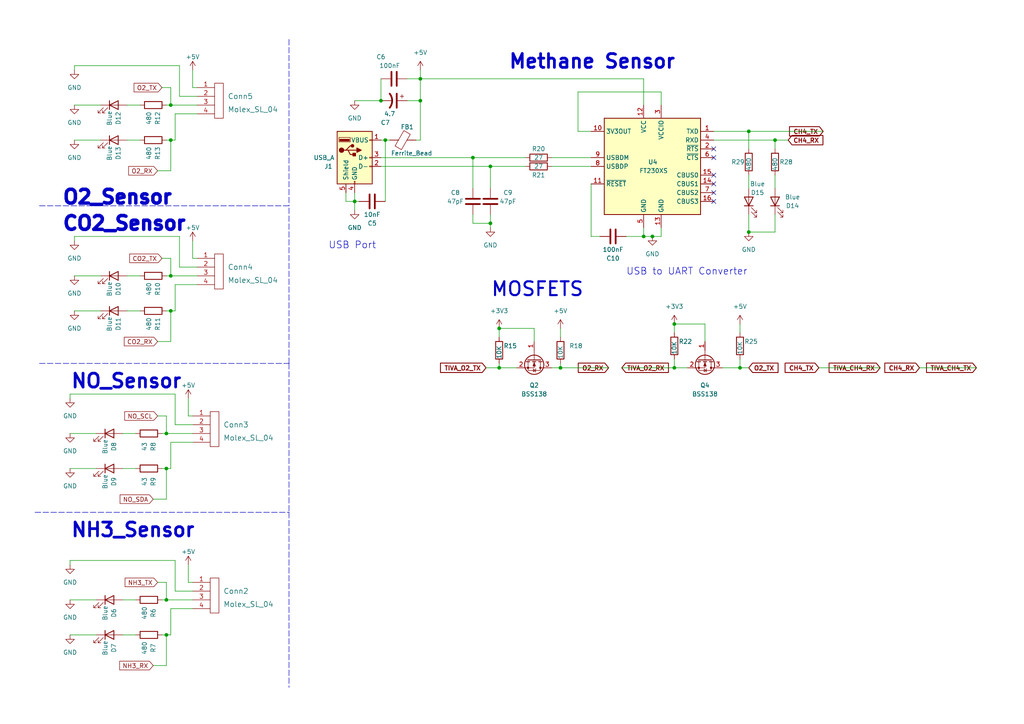
<source format=kicad_sch>
(kicad_sch (version 20211123) (generator eeschema)
  (paper "A4")
  (lib_symbols
    (symbol "Connector:USB_A" (pin_names (offset 1.016))
      (property "Reference" "J" (at -5.08 11.43 0))
      (property "Value" "USB_A" (at -5.08 8.89 0))
      (symbol "USB_A_0_1"
        (rectangle (start -5.08 -7.62) (end 5.08 7.62) (stroke (width 0.254)) (fill (type background)))
        (circle (center -3.81 2.159) (radius 0.635) (stroke (width 0.254)) (fill (type outline)))
        (rectangle (start -1.524 4.826) (end -4.318 5.334) (fill (type outline)))
        (rectangle (start -1.27 4.572) (end -4.572 5.842))
        (circle (center -0.635 3.429) (radius 0.381) (stroke (width 0.254)) (fill (type outline)))
        (rectangle (start -0.127 -7.62) (end 0.127 -6.858))
        (polyline (pts (xy -3.175 2.159) (xy -2.54 2.159) (xy -1.27 3.429) (xy -0.635 3.429)) (stroke (width 0.254)))
        (polyline (pts (xy -2.54 2.159) (xy -1.905 2.159) (xy -1.27 0.889) (xy 0 0.889)) (stroke (width 0.254)))
        (polyline (pts (xy 0.635 2.794) (xy 0.635 1.524) (xy 1.905 2.159) (xy 0.635 2.794)) (stroke (width 0.254)) (fill (type outline)))
        (rectangle (start 0.254 1.27) (end -0.508 0.508) (stroke (width 0.254)) (fill (type outline)))
        (rectangle (start 5.08 -2.667) (end 4.318 -2.413))
        (rectangle (start 5.08 -0.127) (end 4.318 0.127))
        (rectangle (start 5.08 4.953) (end 4.318 5.207))
      )
      (symbol "USB_A_1_1"
        (polyline (pts (xy -1.905 2.159) (xy 0.635 2.159)) (stroke (width 0.254)))
        (pin power_in line (at 7.62 5.08 180) (length 2.54) (name "VBUS") (number "1"))
        (pin bidirectional line (at 7.62 -2.54 180) (length 2.54) (name "D-") (number "2"))
        (pin bidirectional line (at 7.62 0 180) (length 2.54) (name "D+") (number "3"))
        (pin power_in line (at 0 -10.16 90) (length 2.54) (name "GND") (number "4"))
        (pin passive line (at -2.54 -10.16 90) (length 2.54) (name "Shield") (number "5"))
      )
    )
    (symbol "Device:C" (pin_numbers hide) (pin_names (offset 0.254))
      (property "Reference" "C" (at 0.635 2.54 0))
      (property "Value" "C" (at 0.635 -2.54 0))
      (symbol "C_0_1"
        (polyline (pts (xy -2.032 -0.762) (xy 2.032 -0.762)) (stroke (width 0.508)))
        (polyline (pts (xy -2.032 0.762) (xy 2.032 0.762)) (stroke (width 0.508)))
      )
      (symbol "C_1_1"
        (pin passive line (at 0 3.81 270) (length 2.794) (name "~") (number "1"))
        (pin passive line (at 0 -3.81 90) (length 2.794) (name "~") (number "2"))
      )
    )
    (symbol "Device:C_Polarized_US" (pin_numbers hide) (pin_names (offset 0.254) hide)
      (property "Reference" "C" (at 0.635 2.54 0))
      (property "Value" "C_Polarized_US" (at 0.635 -2.54 0))
      (symbol "C_Polarized_US_0_1"
        (polyline (pts (xy -2.032 0.762) (xy 2.032 0.762)) (stroke (width 0.508)))
        (polyline (pts (xy -1.778 2.286) (xy -0.762 2.286)))
        (polyline (pts (xy -1.27 1.778) (xy -1.27 2.794)))
        (arc (start 2.032 -1.27) (mid 0 -0.5572) (end -2.032 -1.27) (stroke (width 0.508)))
      )
      (symbol "C_Polarized_US_1_1"
        (pin passive line (at 0 3.81 270) (length 2.794) (name "~") (number "1"))
        (pin passive line (at 0 -3.81 90) (length 3.302) (name "~") (number "2"))
      )
    )
    (symbol "Device:FerriteBead" (pin_numbers hide) (pin_names (offset 0))
      (property "Reference" "FB" (at -3.81 0.635 90))
      (property "Value" "FerriteBead" (at 3.81 0 90))
      (symbol "FerriteBead_0_1"
        (polyline (pts (xy 0 -1.27) (xy 0 -1.2192)))
        (polyline (pts (xy 0 1.27) (xy 0 1.2954)))
        (polyline (pts (xy -2.7686 0.4064) (xy -1.7018 2.2606) (xy 2.7686 -0.3048) (xy 1.6764 -2.159) (xy -2.7686 0.4064)))
      )
      (symbol "FerriteBead_1_1"
        (pin passive line (at 0 3.81 270) (length 2.54) (name "~") (number "1"))
        (pin passive line (at 0 -3.81 90) (length 2.54) (name "~") (number "2"))
      )
    )
    (symbol "Device:LED" (pin_numbers hide) (pin_names (offset 1.016) hide)
      (property "Reference" "D" (at 0 2.54 0))
      (property "Value" "LED" (at 0 -2.54 0))
      (symbol "LED_0_1"
        (polyline (pts (xy -1.27 -1.27) (xy -1.27 1.27)) (stroke (width 0.254)))
        (polyline (pts (xy -1.27 0) (xy 1.27 0)))
        (polyline (pts (xy 1.27 -1.27) (xy 1.27 1.27) (xy -1.27 0) (xy 1.27 -1.27)) (stroke (width 0.254)))
        (polyline (pts (xy -3.048 -0.762) (xy -4.572 -2.286) (xy -3.81 -2.286) (xy -4.572 -2.286) (xy -4.572 -1.524)))
        (polyline (pts (xy -1.778 -0.762) (xy -3.302 -2.286) (xy -2.54 -2.286) (xy -3.302 -2.286) (xy -3.302 -1.524)))
      )
      (symbol "LED_1_1"
        (pin passive line (at -3.81 0 0) (length 2.54) (name "K") (number "1"))
        (pin passive line (at 3.81 0 180) (length 2.54) (name "A") (number "2"))
      )
    )
    (symbol "Device:Q_NMOS_GSD" (pin_names (offset 0) hide)
      (property "Reference" "Q" (at 5.08 1.27 0))
      (property "Value" "Q_NMOS_GSD" (at 5.08 -1.27 0))
      (symbol "Q_NMOS_GSD_0_1"
        (polyline (pts (xy 0.254 0) (xy -2.54 0)))
        (polyline (pts (xy 0.254 1.905) (xy 0.254 -1.905)) (stroke (width 0.254)))
        (polyline (pts (xy 0.762 -1.27) (xy 0.762 -2.286)) (stroke (width 0.254)))
        (polyline (pts (xy 0.762 0.508) (xy 0.762 -0.508)) (stroke (width 0.254)))
        (polyline (pts (xy 0.762 2.286) (xy 0.762 1.27)) (stroke (width 0.254)))
        (polyline (pts (xy 2.54 2.54) (xy 2.54 1.778)))
        (polyline (pts (xy 2.54 -2.54) (xy 2.54 0) (xy 0.762 0)))
        (polyline (pts (xy 0.762 -1.778) (xy 3.302 -1.778) (xy 3.302 1.778) (xy 0.762 1.778)))
        (polyline (pts (xy 1.016 0) (xy 2.032 0.381) (xy 2.032 -0.381) (xy 1.016 0)) (fill (type outline)))
        (polyline (pts (xy 2.794 0.508) (xy 2.921 0.381) (xy 3.683 0.381) (xy 3.81 0.254)))
        (polyline (pts (xy 3.302 0.381) (xy 2.921 -0.254) (xy 3.683 -0.254) (xy 3.302 0.381)))
        (circle (center 1.651 0) (radius 2.794) (stroke (width 0.254)))
        (circle (center 2.54 -1.778) (radius 0.254) (fill (type outline)))
        (circle (center 2.54 1.778) (radius 0.254) (fill (type outline)))
      )
      (symbol "Q_NMOS_GSD_1_1"
        (pin input line (at -5.08 0 0) (length 2.54) (name "G") (number "1"))
        (pin passive line (at 2.54 -5.08 90) (length 2.54) (name "S") (number "2"))
        (pin passive line (at 2.54 5.08 270) (length 2.54) (name "D") (number "3"))
      )
    )
    (symbol "Device:R" (pin_numbers hide) (pin_names (offset 0))
      (property "Reference" "R" (at 2.032 0 90))
      (property "Value" "R" (at 0 0 90))
      (symbol "R_0_1"
        (rectangle (start -1.016 -2.54) (end 1.016 2.54) (stroke (width 0.254)))
      )
      (symbol "R_1_1"
        (pin passive line (at 0 3.81 270) (length 1.27) (name "~") (number "1"))
        (pin passive line (at 0 -3.81 90) (length 1.27) (name "~") (number "2"))
      )
    )
    (symbol "Interface_USB:FT230XS"
      (property "Reference" "U" (at -13.97 15.24 0))
      (property "Value" "FT230XS" (at 7.62 15.24 0))
      (symbol "FT230XS_0_1"
        (rectangle (start -13.97 13.97) (end 13.97 -13.97) (stroke (width 0.254)) (fill (type background)))
      )
      (symbol "FT230XS_1_1"
        (pin output line (at 17.78 10.16 180) (length 3.81) (name "TXD") (number "1"))
        (pin power_out line (at -17.78 10.16 0) (length 3.81) (name "3V3OUT") (number "10"))
        (pin input line (at -17.78 -5.08 0) (length 3.81) (name "~{RESET}") (number "11"))
        (pin power_in line (at -2.54 17.78 270) (length 3.81) (name "VCC") (number "12"))
        (pin power_in line (at 2.54 -17.78 90) (length 3.81) (name "GND") (number "13"))
        (pin bidirectional line (at 17.78 -5.08 180) (length 3.81) (name "CBUS1") (number "14"))
        (pin bidirectional line (at 17.78 -2.54 180) (length 3.81) (name "CBUS0") (number "15"))
        (pin bidirectional line (at 17.78 -10.16 180) (length 3.81) (name "CBUS3") (number "16"))
        (pin output line (at 17.78 5.08 180) (length 3.81) (name "~{RTS}") (number "2"))
        (pin power_in line (at 2.54 17.78 270) (length 3.81) (name "VCCIO") (number "3"))
        (pin input line (at 17.78 7.62 180) (length 3.81) (name "RXD") (number "4"))
        (pin power_in line (at -2.54 -17.78 90) (length 3.81) (name "GND") (number "5"))
        (pin input line (at 17.78 2.54 180) (length 3.81) (name "~{CTS}") (number "6"))
        (pin bidirectional line (at 17.78 -7.62 180) (length 3.81) (name "CBUS2") (number "7"))
        (pin bidirectional line (at -17.78 0 0) (length 3.81) (name "USBDP") (number "8"))
        (pin bidirectional line (at -17.78 2.54 0) (length 3.81) (name "USBDM") (number "9"))
      )
    )
    (symbol "MRDT_Connectors:Molex_SL_04" (pin_names (offset 1.016))
      (property "Reference" "Conn" (at 3.81 -1.27 0))
      (property "Value" "Molex_SL_04" (at 1.27 11.43 0))
      (symbol "Molex_SL_04_0_1"
        (rectangle (start 0 10.16) (end 2.54 0))
      )
      (symbol "Molex_SL_04_1_1"
        (pin input line (at -5.08 8.89 0) (length 5.08) (name "~") (number "1"))
        (pin input line (at -5.08 6.35 0) (length 5.08) (name "~") (number "2"))
        (pin input line (at -5.08 3.81 0) (length 5.08) (name "~") (number "3"))
        (pin input line (at -5.08 1.27 0) (length 5.08) (name "~") (number "4"))
      )
    )
    (symbol "power:+3V3" (power) (pin_names (offset 0))
      (property "Value" "+3V3" (at 0 3.556 0))
      (symbol "+3V3_0_1"
        (polyline (pts (xy -0.762 1.27) (xy 0 2.54)))
        (polyline (pts (xy 0 0) (xy 0 2.54)))
        (polyline (pts (xy 0 2.54) (xy 0.762 1.27)))
      )
      (symbol "+3V3_1_1"
        (pin power_in line (at 0 0 90) (length 0) hide (name "+3V3") (number "1"))
      )
    )
    (symbol "power:+5V" (power) (pin_names (offset 0))
      (property "Value" "+5V" (at 0 3.556 0))
      (symbol "+5V_0_1"
        (polyline (pts (xy -0.762 1.27) (xy 0 2.54)))
        (polyline (pts (xy 0 0) (xy 0 2.54)))
        (polyline (pts (xy 0 2.54) (xy 0.762 1.27)))
      )
      (symbol "+5V_1_1"
        (pin power_in line (at 0 0 90) (length 0) hide (name "+5V") (number "1"))
      )
    )
    (symbol "power:GND" (power) (pin_names (offset 0))
      (property "Value" "GND" (at 0 -3.81 0))
      (symbol "GND_0_1"
        (polyline (pts (xy 0 0) (xy 0 -1.27) (xy 1.27 -1.27) (xy 0 -2.54) (xy -1.27 -1.27) (xy 0 -1.27)))
      )
      (symbol "GND_1_1"
        (pin power_in line (at 0 0 270) (length 0) hide (name "GND") (number "1"))
      )
    )
  )
  (junction (at 195.58 93.98))
  (junction (at 142.24 64.77))
  (junction (at 142.24 48.26))
  (junction (at 217.17 67.31))
  (junction (at 49.53 90.17))
  (junction (at 102.87 58.42))
  (junction (at 48.26 125.73))
  (junction (at 224.79 40.64))
  (junction (at 144.78 95.25))
  (junction (at 111.76 40.64))
  (junction (at 144.78 106.68))
  (junction (at 110.49 29.21))
  (junction (at 217.17 38.1))
  (junction (at 49.53 80.01))
  (junction (at 121.92 22.86))
  (junction (at 214.63 106.68))
  (junction (at 49.53 40.64))
  (junction (at 186.69 68.58))
  (junction (at 189.23 68.58))
  (junction (at 48.26 135.89))
  (junction (at 48.26 184.15))
  (junction (at 195.58 106.68))
  (junction (at 48.26 173.99))
  (junction (at 49.53 30.48))
  (junction (at 162.56 106.68))
  (junction (at 121.92 29.21))
  (junction (at 137.16 45.72))
  (no_connect (at 207.01 50.8))
  (no_connect (at 207.01 53.34))
  (no_connect (at 207.01 55.88))
  (no_connect (at 207.01 58.42))
  (no_connect (at 207.01 43.18))
  (no_connect (at 207.01 45.72))
  (wire (pts (xy 217.17 38.1) (xy 217.17 43.18)))
  (wire (pts (xy 154.94 95.25) (xy 144.78 95.25)))
  (wire (pts (xy 52.07 77.47) (xy 52.07 68.58)))
  (wire (pts (xy 214.63 106.68) (xy 217.17 106.68)))
  (wire (pts (xy 266.7 106.68) (xy 283.21 106.68)))
  (wire (pts (xy 46.99 125.73) (xy 48.26 125.73)))
  (wire (pts (xy 160.02 45.72) (xy 171.45 45.72)))
  (wire (pts (xy 195.58 93.98) (xy 195.58 96.52)))
  (wire (pts (xy 45.72 49.53) (xy 49.53 49.53)))
  (wire (pts (xy 49.53 30.48) (xy 57.15 30.48)))
  (wire (pts (xy 36.83 40.64) (xy 40.64 40.64)))
  (wire (pts (xy 140.97 106.68) (xy 144.78 106.68)))
  (polyline (pts (xy 83.82 11.43) (xy 83.82 59.69)))
  (wire (pts (xy 49.53 49.53) (xy 49.53 40.64)))
  (polyline (pts (xy 83.82 148.59) (xy 83.82 199.39)))
  (wire (pts (xy 57.15 33.02) (xy 50.8 33.02)))
  (wire (pts (xy 110.49 45.72) (xy 137.16 45.72)))
  (wire (pts (xy 121.92 22.86) (xy 121.92 20.32)))
  (wire (pts (xy 214.63 104.14) (xy 214.63 106.68)))
  (wire (pts (xy 48.26 168.91) (xy 48.26 173.99)))
  (wire (pts (xy 50.8 82.55) (xy 50.8 90.17)))
  (wire (pts (xy 160.02 48.26) (xy 171.45 48.26)))
  (wire (pts (xy 224.79 67.31) (xy 217.17 67.31)))
  (wire (pts (xy 44.45 193.04) (xy 48.26 193.04)))
  (wire (pts (xy 20.32 114.3) (xy 20.32 115.57)))
  (wire (pts (xy 207.01 40.64) (xy 224.79 40.64)))
  (wire (pts (xy 45.72 120.65) (xy 48.26 120.65)))
  (wire (pts (xy 49.53 25.4) (xy 49.53 30.48)))
  (wire (pts (xy 20.32 173.99) (xy 27.94 173.99)))
  (wire (pts (xy 49.53 40.64) (xy 48.26 40.64)))
  (wire (pts (xy 21.59 68.58) (xy 21.59 69.85)))
  (wire (pts (xy 167.64 26.67) (xy 191.77 26.67)))
  (wire (pts (xy 171.45 68.58) (xy 173.99 68.58)))
  (wire (pts (xy 224.79 62.23) (xy 224.79 67.31)))
  (wire (pts (xy 144.78 106.68) (xy 144.78 105.41)))
  (wire (pts (xy 214.63 93.98) (xy 214.63 96.52)))
  (wire (pts (xy 35.56 184.15) (xy 39.37 184.15)))
  (wire (pts (xy 21.59 80.01) (xy 29.21 80.01)))
  (wire (pts (xy 214.63 106.68) (xy 209.55 106.68)))
  (wire (pts (xy 21.59 19.05) (xy 21.59 20.32)))
  (wire (pts (xy 137.16 62.23) (xy 137.16 64.77)))
  (wire (pts (xy 154.94 99.06) (xy 154.94 95.25)))
  (wire (pts (xy 57.15 27.94) (xy 52.07 27.94)))
  (wire (pts (xy 57.15 74.93) (xy 55.88 74.93)))
  (wire (pts (xy 45.72 99.06) (xy 49.53 99.06)))
  (wire (pts (xy 48.26 184.15) (xy 46.99 184.15)))
  (wire (pts (xy 224.79 40.64) (xy 224.79 43.18)))
  (wire (pts (xy 49.53 135.89) (xy 48.26 135.89)))
  (wire (pts (xy 224.79 50.8) (xy 224.79 54.61)))
  (wire (pts (xy 48.26 135.89) (xy 46.99 135.89)))
  (wire (pts (xy 142.24 64.77) (xy 142.24 66.04)))
  (wire (pts (xy 237.49 106.68) (xy 255.27 106.68)))
  (wire (pts (xy 48.26 173.99) (xy 55.88 173.99)))
  (wire (pts (xy 195.58 104.14) (xy 195.58 106.68)))
  (wire (pts (xy 35.56 125.73) (xy 39.37 125.73)))
  (wire (pts (xy 21.59 40.64) (xy 29.21 40.64)))
  (wire (pts (xy 54.61 120.65) (xy 54.61 115.57)))
  (wire (pts (xy 149.86 106.68) (xy 144.78 106.68)))
  (wire (pts (xy 186.69 68.58) (xy 189.23 68.58)))
  (wire (pts (xy 167.64 38.1) (xy 167.64 26.67)))
  (wire (pts (xy 102.87 58.42) (xy 104.14 58.42)))
  (wire (pts (xy 111.76 40.64) (xy 113.03 40.64)))
  (wire (pts (xy 48.26 125.73) (xy 55.88 125.73)))
  (wire (pts (xy 35.56 173.99) (xy 39.37 173.99)))
  (wire (pts (xy 44.45 144.78) (xy 48.26 144.78)))
  (wire (pts (xy 49.53 80.01) (xy 57.15 80.01)))
  (wire (pts (xy 100.33 58.42) (xy 102.87 58.42)))
  (wire (pts (xy 55.88 176.53) (xy 49.53 176.53)))
  (wire (pts (xy 137.16 64.77) (xy 142.24 64.77)))
  (wire (pts (xy 207.01 38.1) (xy 217.17 38.1)))
  (wire (pts (xy 57.15 25.4) (xy 55.88 25.4)))
  (wire (pts (xy 50.8 33.02) (xy 50.8 40.64)))
  (wire (pts (xy 121.92 22.86) (xy 186.69 22.86)))
  (wire (pts (xy 46.99 173.99) (xy 48.26 173.99)))
  (wire (pts (xy 50.8 90.17) (xy 49.53 90.17)))
  (wire (pts (xy 46.99 25.4) (xy 49.53 25.4)))
  (wire (pts (xy 118.11 29.21) (xy 121.92 29.21)))
  (wire (pts (xy 55.88 25.4) (xy 55.88 20.32)))
  (wire (pts (xy 20.32 162.56) (xy 20.32 163.83)))
  (wire (pts (xy 50.8 162.56) (xy 20.32 162.56)))
  (wire (pts (xy 49.53 99.06) (xy 49.53 90.17)))
  (wire (pts (xy 171.45 38.1) (xy 167.64 38.1)))
  (wire (pts (xy 49.53 90.17) (xy 48.26 90.17)))
  (wire (pts (xy 120.65 40.64) (xy 121.92 40.64)))
  (wire (pts (xy 142.24 48.26) (xy 142.24 54.61)))
  (wire (pts (xy 54.61 168.91) (xy 54.61 163.83)))
  (wire (pts (xy 36.83 80.01) (xy 40.64 80.01)))
  (wire (pts (xy 46.99 74.93) (xy 49.53 74.93)))
  (wire (pts (xy 50.8 40.64) (xy 49.53 40.64)))
  (wire (pts (xy 49.53 74.93) (xy 49.53 80.01)))
  (wire (pts (xy 102.87 58.42) (xy 102.87 60.96)))
  (wire (pts (xy 181.61 68.58) (xy 186.69 68.58)))
  (wire (pts (xy 20.32 184.15) (xy 27.94 184.15)))
  (wire (pts (xy 48.26 120.65) (xy 48.26 125.73)))
  (wire (pts (xy 57.15 82.55) (xy 50.8 82.55)))
  (wire (pts (xy 111.76 40.64) (xy 111.76 58.42)))
  (polyline (pts (xy 11.43 59.69) (xy 74.93 59.69)))
  (wire (pts (xy 186.69 22.86) (xy 186.69 30.48)))
  (wire (pts (xy 48.26 144.78) (xy 48.26 135.89)))
  (wire (pts (xy 100.33 55.88) (xy 100.33 58.42)))
  (wire (pts (xy 48.26 30.48) (xy 49.53 30.48)))
  (wire (pts (xy 49.53 184.15) (xy 48.26 184.15)))
  (wire (pts (xy 204.47 99.06) (xy 204.47 93.98)))
  (wire (pts (xy 49.53 176.53) (xy 49.53 184.15)))
  (wire (pts (xy 50.8 171.45) (xy 50.8 162.56)))
  (wire (pts (xy 162.56 106.68) (xy 176.53 106.68)))
  (wire (pts (xy 55.88 123.19) (xy 50.8 123.19)))
  (wire (pts (xy 217.17 38.1) (xy 238.76 38.1)))
  (wire (pts (xy 110.49 40.64) (xy 111.76 40.64)))
  (wire (pts (xy 55.88 128.27) (xy 49.53 128.27)))
  (wire (pts (xy 180.34 106.68) (xy 195.58 106.68)))
  (wire (pts (xy 142.24 62.23) (xy 142.24 64.77)))
  (wire (pts (xy 36.83 30.48) (xy 40.64 30.48)))
  (wire (pts (xy 162.56 106.68) (xy 162.56 105.41)))
  (polyline (pts (xy 83.82 59.69) (xy 74.93 59.69)))
  (wire (pts (xy 57.15 77.47) (xy 52.07 77.47)))
  (wire (pts (xy 102.87 55.88) (xy 102.87 58.42)))
  (wire (pts (xy 204.47 93.98) (xy 195.58 93.98)))
  (wire (pts (xy 191.77 66.04) (xy 191.77 68.58)))
  (wire (pts (xy 55.88 171.45) (xy 50.8 171.45)))
  (wire (pts (xy 52.07 68.58) (xy 21.59 68.58)))
  (wire (pts (xy 137.16 45.72) (xy 137.16 54.61)))
  (wire (pts (xy 171.45 53.34) (xy 171.45 68.58)))
  (wire (pts (xy 55.88 120.65) (xy 54.61 120.65)))
  (wire (pts (xy 36.83 90.17) (xy 40.64 90.17)))
  (wire (pts (xy 186.69 66.04) (xy 186.69 68.58)))
  (wire (pts (xy 48.26 193.04) (xy 48.26 184.15)))
  (wire (pts (xy 162.56 95.25) (xy 162.56 97.79)))
  (wire (pts (xy 121.92 40.64) (xy 121.92 29.21)))
  (wire (pts (xy 49.53 128.27) (xy 49.53 135.89)))
  (wire (pts (xy 217.17 50.8) (xy 217.17 54.61)))
  (wire (pts (xy 50.8 114.3) (xy 20.32 114.3)))
  (wire (pts (xy 110.49 48.26) (xy 142.24 48.26)))
  (wire (pts (xy 110.49 22.86) (xy 110.49 29.21)))
  (wire (pts (xy 102.87 29.21) (xy 110.49 29.21)))
  (wire (pts (xy 35.56 135.89) (xy 39.37 135.89)))
  (wire (pts (xy 50.8 123.19) (xy 50.8 114.3)))
  (wire (pts (xy 191.77 68.58) (xy 189.23 68.58)))
  (wire (pts (xy 52.07 27.94) (xy 52.07 19.05)))
  (wire (pts (xy 121.92 29.21) (xy 121.92 22.86)))
  (wire (pts (xy 48.26 80.01) (xy 49.53 80.01)))
  (wire (pts (xy 55.88 74.93) (xy 55.88 69.85)))
  (wire (pts (xy 52.07 19.05) (xy 21.59 19.05)))
  (wire (pts (xy 21.59 90.17) (xy 29.21 90.17)))
  (wire (pts (xy 137.16 45.72) (xy 152.4 45.72)))
  (wire (pts (xy 144.78 95.25) (xy 144.78 97.79)))
  (wire (pts (xy 142.24 48.26) (xy 152.4 48.26)))
  (polyline (pts (xy 83.82 105.41) (xy 83.82 148.59)))
  (wire (pts (xy 20.32 135.89) (xy 27.94 135.89)))
  (wire (pts (xy 21.59 30.48) (xy 29.21 30.48)))
  (wire (pts (xy 191.77 26.67) (xy 191.77 30.48)))
  (polyline (pts (xy 10.16 148.59) (xy 83.82 148.59)))
  (wire (pts (xy 224.79 40.64) (xy 228.6 40.64)))
  (wire (pts (xy 45.72 168.91) (xy 48.26 168.91)))
  (wire (pts (xy 195.58 106.68) (xy 199.39 106.68)))
  (polyline (pts (xy 11.43 105.41) (xy 83.82 105.41)))
  (polyline (pts (xy 83.82 105.41) (xy 83.82 59.69)))
  (wire (pts (xy 55.88 168.91) (xy 54.61 168.91)))
  (wire (pts (xy 20.32 125.73) (xy 27.94 125.73)))
  (wire (pts (xy 160.02 106.68) (xy 162.56 106.68)))
  (wire (pts (xy 217.17 62.23) (xy 217.17 67.31)))
  (wire (pts (xy 118.11 22.86) (xy 121.92 22.86)))
  (text "USB to UART Converter" (at 181.61 80.01 0) (effects (font (size 2 2)) (justify left bottom)))
  (text "Methane Sensor" (at 147.32 20.32 0) (effects (font (size 4 4) bold) (justify left bottom)))
  (text "USB Port" (at 95.25 72.39 0) (effects (font (size 2 2)) (justify left bottom)))
  (text "MOSFETS" (at 142.24 86.36 0) (effects (font (size 4 4) (thickness 0.6) bold) (justify left bottom)))
  (text "O2_Sensor" (at 17.78 59.69 0) (effects (font (size 4 4) (thickness 1) bold) (justify left bottom)))
  (text "NO_Sensor" (at 20.32 113.03 0) (effects (font (size 4 4) bold) (justify left bottom)))
  (text "NH3_Sensor" (at 20.32 156.21 0) (effects (font (size 4 4) bold) (justify left bottom)))
  (text "CO2_Sensor" (at 17.78 67.31 0) (effects (font (size 4 4) (thickness 1) bold) (justify left bottom)))
  (global_label "O2_RX" (shape input) (at 45.72 49.53 180) (property "Intersheet References" "${INTERSHEET_REFS}" (effects hide)))
  (global_label "CH4_RX" (shape input) (at 228.6 40.64 0) (effects (font bold)) (property "Intersheet References" "${INTERSHEET_REFS}" (effects hide)))
  (global_label "TIVA_O2_RX" (shape input) (at 180.34 106.68 0) (effects (font bold)) (property "Intersheet References" "${INTERSHEET_REFS}" (effects hide)))
  (global_label "O2_RX" (shape input) (at 176.53 106.68 180) (effects (font bold)) (property "Intersheet References" "${INTERSHEET_REFS}" (effects hide)))
  (global_label "O2_TX" (shape input) (at 46.99 25.4 180) (property "Intersheet References" "${INTERSHEET_REFS}" (effects hide)))
  (global_label "CH4_TX" (shape input) (at 238.76 38.1 180) (effects (font bold)) (property "Intersheet References" "${INTERSHEET_REFS}" (effects hide)))
  (global_label "O2_TX" (shape input) (at 217.17 106.68 0) (effects (font bold)) (property "Intersheet References" "${INTERSHEET_REFS}" (effects hide)))
  (global_label "CO2_RX" (shape input) (at 45.72 99.06 180) (property "Intersheet References" "${INTERSHEET_REFS}" (effects hide)))
  (global_label "NO_SCL" (shape input) (at 45.72 120.65 180) (property "Intersheet References" "${INTERSHEET_REFS}" (effects hide)))
  (global_label "TIVA_O2_TX" (shape input) (at 140.97 106.68 180) (effects (font bold)) (property "Intersheet References" "${INTERSHEET_REFS}" (effects hide)))
  (global_label "NH3_RX" (shape input) (at 44.45 193.04 180) (property "Intersheet References" "${INTERSHEET_REFS}" (effects hide)))
  (global_label "NO_SDA" (shape input) (at 44.45 144.78 180) (property "Intersheet References" "${INTERSHEET_REFS}" (effects hide)))
  (global_label "NH3_TX" (shape input) (at 45.72 168.91 180) (property "Intersheet References" "${INTERSHEET_REFS}" (effects hide)))
  (global_label "TIVA_CH4_RX" (shape input) (at 255.27 106.68 180) (effects (font bold)) (property "Intersheet References" "${INTERSHEET_REFS}" (effects hide)))
  (global_label "CH4_RX" (shape input) (at 266.7 106.68 180) (effects (font bold)) (property "Intersheet References" "${INTERSHEET_REFS}" (effects hide)))
  (global_label "TIVA_CH4_TX" (shape input) (at 283.21 106.68 180) (effects (font bold)) (property "Intersheet References" "${INTERSHEET_REFS}" (effects hide)))
  (global_label "CO2_TX" (shape input) (at 46.99 74.93 180) (property "Intersheet References" "${INTERSHEET_REFS}" (effects hide)))
  (global_label "CH4_TX" (shape input) (at 237.49 106.68 180) (effects (font bold)) (property "Intersheet References" "${INTERSHEET_REFS}" (effects hide)))
  (symbol (lib_id "Device:R") (at 43.18 184.15 90) (unit 1)
    (property "Reference" "R7" (at 44.45 187.96 0))
    (property "Value" "480" (at 41.91 187.96 0))
  )
  (symbol (lib_id "Connector:USB_A") (at 102.87 45.72 0) (unit 1)
    (property "Reference" "J1" (at 95.25 48.26 0))
    (property "Value" "USB_A" (at 93.98 45.72 0))
    (property "Datasheet" " ~" (effects hide))
  )
  (symbol (lib_id "Device:R") (at 214.63 100.33 0) (unit 1)
    (property "Reference" "R25" (at 215.9 99.06 0) (effects (justify left)))
    (property "Value" "10K" (at 214.63 102.87 90) (effects (justify left)))
  )
  (symbol (lib_id "Device:LED") (at 31.75 135.89 0) (unit 1)
    (property "Reference" "Blue" (at 30.48 139.7 90))
    (property "Value" "D9" (at 33.02 139.7 90))
  )
  (symbol (lib_id "power:+3V3") (at 195.58 93.98 0) (unit 1)
    (property "Reference" "#PWR?" (effects hide))
    (property "Value" "+3V3" (at 195.58 88.9 0))
  )
  (symbol (lib_id "Device:C") (at 177.8 68.58 90) (unit 1)
    (property "Reference" "C10" (at 177.8 74.93 90))
    (property "Value" "100nF" (at 177.8 72.39 90))
  )
  (symbol (lib_id "Device:R") (at 144.78 101.6 0) (unit 1)
    (property "Reference" "R15" (at 146.05 100.33 0) (effects (justify left)))
    (property "Value" "10K" (at 144.78 104.14 90) (effects (justify left)))
  )
  (symbol (lib_id "Device:R") (at 217.17 46.99 0) (unit 1)
    (property "Reference" "R29" (at 212.09 46.99 0) (effects (justify left)))
    (property "Value" "480" (at 217.17 49.53 90) (effects (justify left)))
  )
  (symbol (lib_id "Device:R") (at 195.58 100.33 0) (unit 1)
    (property "Reference" "R22" (at 196.85 99.06 0) (effects (justify left)))
    (property "Value" "10K" (at 195.58 102.87 90) (effects (justify left)))
  )
  (symbol (lib_id "MRDT_Connectors:Molex_SL_04") (at 60.96 177.8 0) (unit 1)
    (property "Reference" "Conn2" (at 64.77 171.45 0) (effects (font (size 1.524 1.524)) (justify left)))
    (property "Value" "Molex_SL_04" (at 64.77 175.26 0) (effects (font (size 1.524 1.524)) (justify left)))
  )
  (symbol (lib_id "power:+5V") (at 162.56 95.25 0) (unit 1)
    (property "Reference" "#PWR?" (effects hide))
    (property "Value" "+5V" (at 162.56 90.17 0))
  )
  (symbol (lib_id "Device:LED") (at 224.79 58.42 90) (unit 1)
    (property "Reference" "Blue" (at 229.87 57.15 90))
    (property "Value" "D14" (at 229.87 59.69 90))
  )
  (symbol (lib_id "Device:C") (at 142.24 58.42 180) (unit 1)
    (property "Reference" "C9" (at 147.32 55.88 0))
    (property "Value" "47pF" (at 147.32 58.42 0))
  )
  (symbol (lib_id "power:GND") (at 20.32 163.83 0) (unit 1)
    (property "Reference" "#PWR?" (effects hide))
    (property "Value" "GND" (at 20.32 168.91 0))
  )
  (symbol (lib_id "power:GND") (at 20.32 184.15 0) (unit 1)
    (property "Reference" "#PWR?" (effects hide))
    (property "Value" "GND" (at 20.32 189.23 0))
  )
  (symbol (lib_id "Device:LED") (at 33.02 90.17 0) (unit 1)
    (property "Reference" "Blue" (at 31.75 93.98 90))
    (property "Value" "D11" (at 34.29 93.98 90))
  )
  (symbol (lib_id "power:GND") (at 189.23 68.58 0) (unit 1)
    (property "Reference" "#PWR?" (effects hide))
    (property "Value" "GND" (at 189.23 73.66 0))
  )
  (symbol (lib_id "Device:R") (at 156.21 45.72 90) (unit 1)
    (property "Reference" "R20" (at 156.21 43.18 90))
    (property "Value" "27" (at 156.21 45.72 90))
  )
  (symbol (lib_id "Device:R") (at 43.18 125.73 90) (unit 1)
    (property "Reference" "R8" (at 44.45 129.54 0))
    (property "Value" "43" (at 41.91 129.54 0))
  )
  (symbol (lib_id "Device:LED") (at 31.75 173.99 0) (unit 1)
    (property "Reference" "Blue" (at 30.48 177.8 90))
    (property "Value" "D6" (at 33.02 177.8 90))
  )
  (symbol (lib_id "power:GND") (at 102.87 29.21 0) (unit 1)
    (property "Reference" "#PWR?" (effects hide))
    (property "Value" "GND" (at 102.87 34.29 0))
  )
  (symbol (lib_id "power:+5V") (at 214.63 93.98 0) (unit 1)
    (property "Reference" "#PWR?" (effects hide))
    (property "Value" "+5V" (at 214.63 88.9 0))
  )
  (symbol (lib_id "power:GND") (at 20.32 125.73 0) (unit 1)
    (property "Reference" "#PWR?" (effects hide))
    (property "Value" "GND" (at 20.32 130.81 0))
  )
  (symbol (lib_id "Device:FerriteBead") (at 116.84 40.64 90) (unit 1)
    (property "Reference" "FB1" (at 118.11 36.83 90))
    (property "Value" "Ferrite_Bead" (at 119.38 44.45 90))
  )
  (symbol (lib_id "power:GND") (at 21.59 80.01 0) (unit 1)
    (property "Reference" "#PWR?" (effects hide))
    (property "Value" "GND" (at 21.59 85.09 0))
  )
  (symbol (lib_id "Interface_USB:FT230XS") (at 189.23 48.26 0) (unit 1)
    (property "Reference" "U4" (at 187.96 46.99 0) (effects (justify left)))
    (property "Value" "FT230XS" (at 185.42 49.53 0) (effects (justify left)))
    (property "Footprint" "Package_SO:SSOP-16_3.9x4.9mm_P0.635mm" (effects hide))
    (property "Datasheet" "https://www.ftdichip.com/Support/Documents/DataSheets/ICs/DS_FT230X.pdf" (effects hide))
  )
  (symbol (lib_id "Device:R") (at 162.56 101.6 0) (unit 1)
    (property "Reference" "R18" (at 165.1 100.3299 0) (effects (justify left)))
    (property "Value" "10K" (at 162.56 104.14 90) (effects (justify left)))
  )
  (symbol (lib_id "power:GND") (at 20.32 135.89 0) (unit 1)
    (property "Reference" "#PWR?" (effects hide))
    (property "Value" "GND" (at 20.32 140.97 0))
  )
  (symbol (lib_id "Device:R") (at 44.45 90.17 90) (unit 1)
    (property "Reference" "R11" (at 45.72 93.98 0))
    (property "Value" "480" (at 43.18 93.98 0))
  )
  (symbol (lib_id "power:GND") (at 217.17 67.31 0) (unit 1)
    (property "Reference" "#PWR?" (effects hide))
    (property "Value" "GND" (at 217.17 72.39 0))
  )
  (symbol (lib_id "Device:LED") (at 31.75 125.73 0) (unit 1)
    (property "Reference" "Blue" (at 30.48 129.54 90))
    (property "Value" "D8" (at 33.02 129.54 90))
  )
  (symbol (lib_id "Device:C") (at 114.3 22.86 90) (unit 1)
    (property "Reference" "C6" (at 110.49 16.51 90))
    (property "Value" "100nF" (at 113.03 19.05 90))
  )
  (symbol (lib_id "power:GND") (at 102.87 60.96 0) (unit 1)
    (property "Reference" "#PWR?" (effects hide))
    (property "Value" "GND" (at 102.87 66.04 0))
  )
  (symbol (lib_id "power:GND") (at 21.59 69.85 0) (unit 1)
    (property "Reference" "#PWR?" (effects hide))
    (property "Value" "GND" (at 21.59 74.93 0))
  )
  (symbol (lib_id "power:GND") (at 142.24 66.04 0) (unit 1)
    (property "Reference" "#PWR?" (effects hide))
    (property "Value" "GND" (at 142.24 71.12 0))
  )
  (symbol (lib_id "Device:C") (at 137.16 58.42 180) (unit 1)
    (property "Reference" "C8" (at 132.08 55.88 0))
    (property "Value" "47pF" (at 132.08 58.42 0))
  )
  (symbol (lib_id "power:GND") (at 20.32 173.99 0) (unit 1)
    (property "Reference" "#PWR?" (effects hide))
    (property "Value" "GND" (at 20.32 179.07 0))
  )
  (symbol (lib_id "Device:R") (at 224.79 46.99 0) (unit 1)
    (property "Reference" "R28" (at 226.06 46.99 0) (effects (justify left)))
    (property "Value" "480" (at 224.79 49.53 90) (effects (justify left)))
  )
  (symbol (lib_id "power:+3V3") (at 144.78 95.25 0) (unit 1)
    (property "Reference" "#PWR?" (effects hide))
    (property "Value" "+3V3" (at 144.78 90.17 0))
  )
  (symbol (lib_id "power:GND") (at 21.59 90.17 0) (unit 1)
    (property "Reference" "#PWR?" (effects hide))
    (property "Value" "GND" (at 21.59 95.25 0))
  )
  (symbol (lib_id "power:GND") (at 21.59 20.32 0) (unit 1)
    (property "Reference" "#PWR?" (effects hide))
    (property "Value" "GND" (at 21.59 25.4 0))
  )
  (symbol (lib_id "Device:R") (at 44.45 40.64 90) (unit 1)
    (property "Reference" "R13" (at 45.72 44.45 0))
    (property "Value" "480" (at 43.18 44.45 0))
  )
  (symbol (lib_id "Device:R") (at 43.18 135.89 90) (unit 1)
    (property "Reference" "R9" (at 44.45 139.7 0))
    (property "Value" "43" (at 41.91 139.7 0))
  )
  (symbol (lib_id "Device:LED") (at 33.02 30.48 0) (unit 1)
    (property "Reference" "Blue" (at 31.75 34.29 90))
    (property "Value" "D12" (at 34.29 34.29 90))
  )
  (symbol (lib_id "Device:R") (at 43.18 173.99 90) (unit 1)
    (property "Reference" "R6" (at 44.45 177.8 0))
    (property "Value" "480" (at 41.91 177.8 0))
  )
  (symbol (lib_id "MRDT_Connectors:Molex_SL_04") (at 62.23 83.82 0) (unit 1)
    (property "Reference" "Conn4" (at 66.04 77.47 0) (effects (font (size 1.524 1.524)) (justify left)))
    (property "Value" "Molex_SL_04" (at 66.04 81.28 0) (effects (font (size 1.524 1.524)) (justify left)))
  )
  (symbol (lib_id "Device:LED") (at 33.02 40.64 0) (unit 1)
    (property "Reference" "Blue" (at 31.75 44.45 90))
    (property "Value" "D13" (at 34.29 44.45 90))
  )
  (symbol (lib_id "Device:Q_NMOS_GSD") (at 204.47 104.14 270) (unit 1)
    (property "Reference" "Q4" (at 204.47 111.76 90))
    (property "Value" "BSS138" (at 204.47 114.3 90))
  )
  (symbol (lib_id "power:+5V") (at 121.92 20.32 0) (unit 1)
    (property "Reference" "#PWR?" (effects hide))
    (property "Value" "+5V" (at 121.92 15.24 0))
  )
  (symbol (lib_id "Device:C_Polarized_US") (at 114.3 29.21 270) (unit 1)
    (property "Reference" "C7" (at 111.76 35.56 90))
    (property "Value" "4.7" (at 113.03 33.02 90))
  )
  (symbol (lib_id "power:+5V") (at 55.88 20.32 0) (unit 1)
    (property "Reference" "#PWR?" (effects hide))
    (property "Value" "+5V" (at 55.88 16.51 0))
  )
  (symbol (lib_id "Device:Q_NMOS_GSD") (at 154.94 104.14 270) (unit 1)
    (property "Reference" "Q2" (at 154.94 111.76 90))
    (property "Value" "BSS138" (at 154.94 114.3 90))
  )
  (symbol (lib_id "Device:LED") (at 217.17 58.42 90) (unit 1)
    (property "Reference" "Blue" (at 219.71 53.34 90))
    (property "Value" "D15" (at 219.71 55.88 90))
  )
  (symbol (lib_id "power:+5V") (at 54.61 163.83 0) (unit 1)
    (property "Reference" "#PWR?" (effects hide))
    (property "Value" "+5V" (at 54.61 160.02 0))
  )
  (symbol (lib_id "MRDT_Connectors:Molex_SL_04") (at 62.23 34.29 0) (unit 1)
    (property "Reference" "Conn5" (at 66.04 27.94 0) (effects (font (size 1.524 1.524)) (justify left)))
    (property "Value" "Molex_SL_04" (at 66.04 31.75 0) (effects (font (size 1.524 1.524)) (justify left)))
  )
  (symbol (lib_id "Device:C") (at 107.95 58.42 90) (unit 1)
    (property "Reference" "C5" (at 107.95 64.77 90))
    (property "Value" "10nF" (at 107.95 62.23 90))
  )
  (symbol (lib_id "MRDT_Connectors:Molex_SL_04") (at 60.96 129.54 0) (unit 1)
    (property "Reference" "Conn3" (at 64.77 123.19 0) (effects (font (size 1.524 1.524)) (justify left)))
    (property "Value" "Molex_SL_04" (at 64.77 127 0) (effects (font (size 1.524 1.524)) (justify left)))
  )
  (symbol (lib_id "power:+5V") (at 54.61 115.57 0) (unit 1)
    (property "Reference" "#PWR?" (effects hide))
    (property "Value" "+5V" (at 54.61 111.76 0))
  )
  (symbol (lib_id "Device:LED") (at 33.02 80.01 0) (unit 1)
    (property "Reference" "Blue" (at 31.75 83.82 90))
    (property "Value" "D10" (at 34.29 83.82 90))
  )
  (symbol (lib_id "Device:R") (at 44.45 80.01 90) (unit 1)
    (property "Reference" "R10" (at 45.72 83.82 0))
    (property "Value" "480" (at 43.18 83.82 0))
  )
  (symbol (lib_id "power:GND") (at 20.32 115.57 0) (unit 1)
    (property "Reference" "#PWR?" (effects hide))
    (property "Value" "GND" (at 20.32 120.65 0))
  )
  (symbol (lib_id "Device:R") (at 156.21 48.26 90) (unit 1)
    (property "Reference" "R21" (at 156.21 50.8 90))
    (property "Value" "27" (at 156.21 48.26 90))
  )
  (symbol (lib_id "Device:LED") (at 31.75 184.15 0) (unit 1)
    (property "Reference" "Blue" (at 30.48 187.96 90))
    (property "Value" "D7" (at 33.02 187.96 90))
  )
  (symbol (lib_id "Device:R") (at 44.45 30.48 90) (unit 1)
    (property "Reference" "R12" (at 45.72 34.29 0))
    (property "Value" "480" (at 43.18 34.29 0))
  )
  (symbol (lib_id "power:+5V") (at 55.88 69.85 0) (unit 1)
    (property "Reference" "#PWR?" (effects hide))
    (property "Value" "+5V" (at 55.88 66.04 0))
  )
  (symbol (lib_id "power:GND") (at 21.59 40.64 0) (unit 1)
    (property "Reference" "#PWR?" (effects hide))
    (property "Value" "GND" (at 21.59 45.72 0))
  )
  (symbol (lib_id "power:GND") (at 21.59 30.48 0) (unit 1)
    (property "Reference" "#PWR?" (effects hide))
    (property "Value" "GND" (at 21.59 35.56 0))
  )
)
</source>
